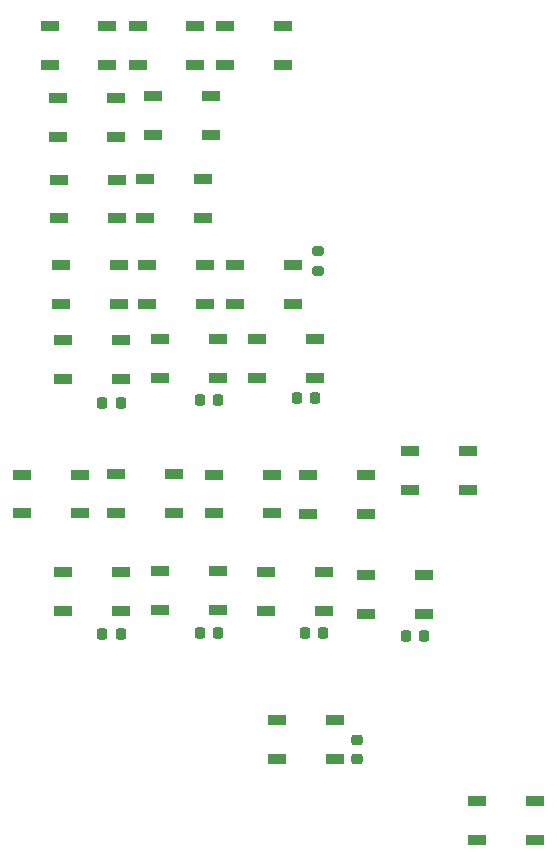
<source format=gbr>
%TF.GenerationSoftware,KiCad,Pcbnew,(6.0.9)*%
%TF.CreationDate,2023-01-06T21:23:49-09:00*%
%TF.ProjectId,LDG WING FOLD PLACARD,4c444720-5749-44e4-9720-464f4c442050,rev?*%
%TF.SameCoordinates,Original*%
%TF.FileFunction,Paste,Top*%
%TF.FilePolarity,Positive*%
%FSLAX46Y46*%
G04 Gerber Fmt 4.6, Leading zero omitted, Abs format (unit mm)*
G04 Created by KiCad (PCBNEW (6.0.9)) date 2023-01-06 21:23:49*
%MOMM*%
%LPD*%
G01*
G04 APERTURE LIST*
G04 Aperture macros list*
%AMRoundRect*
0 Rectangle with rounded corners*
0 $1 Rounding radius*
0 $2 $3 $4 $5 $6 $7 $8 $9 X,Y pos of 4 corners*
0 Add a 4 corners polygon primitive as box body*
4,1,4,$2,$3,$4,$5,$6,$7,$8,$9,$2,$3,0*
0 Add four circle primitives for the rounded corners*
1,1,$1+$1,$2,$3*
1,1,$1+$1,$4,$5*
1,1,$1+$1,$6,$7*
1,1,$1+$1,$8,$9*
0 Add four rect primitives between the rounded corners*
20,1,$1+$1,$2,$3,$4,$5,0*
20,1,$1+$1,$4,$5,$6,$7,0*
20,1,$1+$1,$6,$7,$8,$9,0*
20,1,$1+$1,$8,$9,$2,$3,0*%
G04 Aperture macros list end*
%ADD10RoundRect,0.225000X-0.225000X-0.250000X0.225000X-0.250000X0.225000X0.250000X-0.225000X0.250000X0*%
%ADD11RoundRect,0.225000X-0.250000X0.225000X-0.250000X-0.225000X0.250000X-0.225000X0.250000X0.225000X0*%
%ADD12R,1.500000X0.900000*%
%ADD13RoundRect,0.200000X0.275000X-0.200000X0.275000X0.200000X-0.275000X0.200000X-0.275000X-0.200000X0*%
G04 APERTURE END LIST*
D10*
%TO.C,C2*%
X155762500Y-88000000D03*
X157312500Y-88000000D03*
%TD*%
%TO.C,C3*%
X155762500Y-68450000D03*
X157312500Y-68450000D03*
%TD*%
%TO.C,C4*%
X163997500Y-68190000D03*
X165547500Y-68190000D03*
%TD*%
%TO.C,C5*%
X172207500Y-68050000D03*
X173757500Y-68050000D03*
%TD*%
%TO.C,C6*%
X164007500Y-87880000D03*
X165557500Y-87880000D03*
%TD*%
%TO.C,C7*%
X172927500Y-87960000D03*
X174477500Y-87960000D03*
%TD*%
D11*
%TO.C,C8*%
X177300000Y-97015000D03*
X177300000Y-98565000D03*
%TD*%
D10*
%TO.C,C9*%
X181447500Y-88200000D03*
X182997500Y-88200000D03*
%TD*%
D12*
%TO.C,D2*%
X151300000Y-36525000D03*
X151300000Y-39825000D03*
X156200000Y-39825000D03*
X156200000Y-36525000D03*
%TD*%
%TO.C,D3*%
X158750000Y-36500000D03*
X158750000Y-39800000D03*
X163650000Y-39800000D03*
X163650000Y-36500000D03*
%TD*%
%TO.C,D4*%
X166150000Y-36500000D03*
X166150000Y-39800000D03*
X171050000Y-39800000D03*
X171050000Y-36500000D03*
%TD*%
%TO.C,D5*%
X152025000Y-42625000D03*
X152025000Y-45925000D03*
X156925000Y-45925000D03*
X156925000Y-42625000D03*
%TD*%
%TO.C,D6*%
X160050000Y-42450000D03*
X160050000Y-45750000D03*
X164950000Y-45750000D03*
X164950000Y-42450000D03*
%TD*%
%TO.C,D7*%
X152100000Y-49525000D03*
X152100000Y-52825000D03*
X157000000Y-52825000D03*
X157000000Y-49525000D03*
%TD*%
%TO.C,D8*%
X159375000Y-49500000D03*
X159375000Y-52800000D03*
X164275000Y-52800000D03*
X164275000Y-49500000D03*
%TD*%
%TO.C,D9*%
X152300000Y-56800000D03*
X152300000Y-60100000D03*
X157200000Y-60100000D03*
X157200000Y-56800000D03*
%TD*%
%TO.C,D10*%
X159575000Y-56800000D03*
X159575000Y-60100000D03*
X164475000Y-60100000D03*
X164475000Y-56800000D03*
%TD*%
%TO.C,D11*%
X167000000Y-56800000D03*
X167000000Y-60100000D03*
X171900000Y-60100000D03*
X171900000Y-56800000D03*
%TD*%
%TO.C,D12*%
X152425000Y-63150000D03*
X152425000Y-66450000D03*
X157325000Y-66450000D03*
X157325000Y-63150000D03*
%TD*%
D13*
%TO.C,R1*%
X174030000Y-57232500D03*
X174030000Y-55582500D03*
%TD*%
D12*
%TO.C,D13*%
X160650000Y-63050000D03*
X160650000Y-66350000D03*
X165550000Y-66350000D03*
X165550000Y-63050000D03*
%TD*%
%TO.C,D14*%
X168850000Y-63000000D03*
X168850000Y-66300000D03*
X173750000Y-66300000D03*
X173750000Y-63000000D03*
%TD*%
%TO.C,D15*%
X148975000Y-74500000D03*
X148975000Y-77800000D03*
X153875000Y-77800000D03*
X153875000Y-74500000D03*
%TD*%
%TO.C,D16*%
X156900000Y-74475000D03*
X156900000Y-77775000D03*
X161800000Y-77775000D03*
X161800000Y-74475000D03*
%TD*%
%TO.C,D17*%
X165250000Y-74500000D03*
X165250000Y-77800000D03*
X170150000Y-77800000D03*
X170150000Y-74500000D03*
%TD*%
%TO.C,D18*%
X173150000Y-74525000D03*
X173150000Y-77825000D03*
X178050000Y-77825000D03*
X178050000Y-74525000D03*
%TD*%
%TO.C,D19*%
X181825000Y-72550000D03*
X181825000Y-75850000D03*
X186725000Y-75850000D03*
X186725000Y-72550000D03*
%TD*%
%TO.C,D20*%
X152425000Y-82725000D03*
X152425000Y-86025000D03*
X157325000Y-86025000D03*
X157325000Y-82725000D03*
%TD*%
%TO.C,D21*%
X160675000Y-82650000D03*
X160675000Y-85950000D03*
X165575000Y-85950000D03*
X165575000Y-82650000D03*
%TD*%
%TO.C,D22*%
X169600000Y-82725000D03*
X169600000Y-86025000D03*
X174500000Y-86025000D03*
X174500000Y-82725000D03*
%TD*%
%TO.C,D25*%
X187500000Y-102150000D03*
X187500000Y-105450000D03*
X192400000Y-105450000D03*
X192400000Y-102150000D03*
%TD*%
%TO.C,D23*%
X178125000Y-82975000D03*
X178125000Y-86275000D03*
X183025000Y-86275000D03*
X183025000Y-82975000D03*
%TD*%
%TO.C,D24*%
X170525000Y-95300000D03*
X170525000Y-98600000D03*
X175425000Y-98600000D03*
X175425000Y-95300000D03*
%TD*%
M02*

</source>
